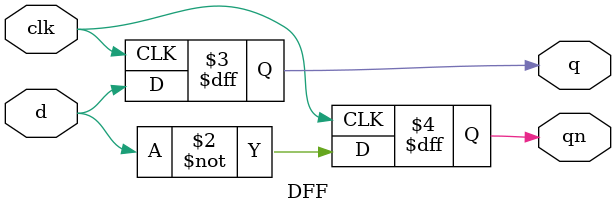
<source format=v>
module DFF(d,clk,q,qn);
  input d;
  input clk;
  output reg q;
  output reg qn;

  always@(posedge clk)
  begin
      q<=d;
      qn<=~d;
  end
endmodule
</source>
